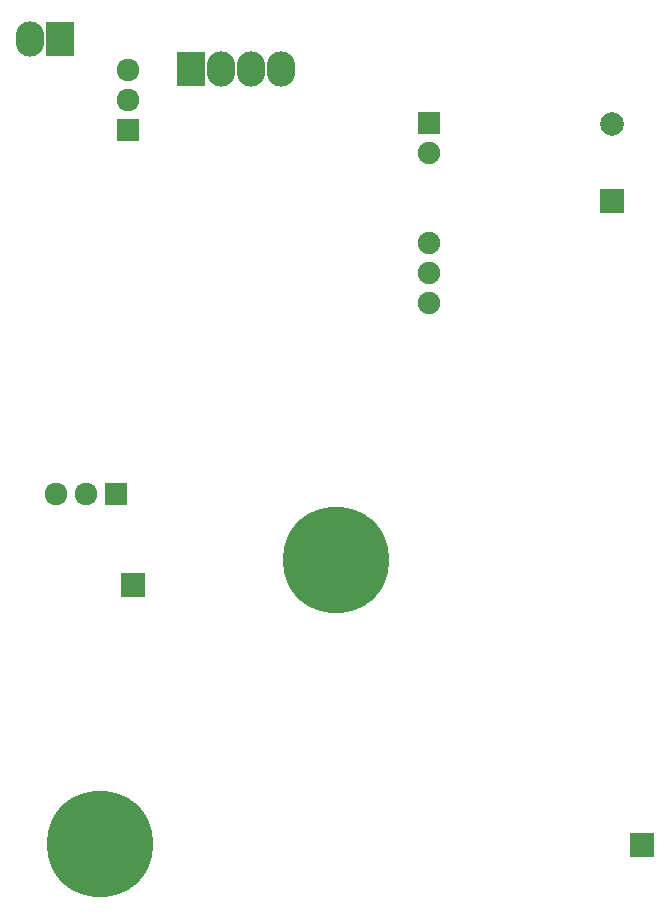
<source format=gbr>
G04 #@! TF.GenerationSoftware,KiCad,Pcbnew,no-vcs-found-dc66b73~61~ubuntu17.10.1*
G04 #@! TF.CreationDate,2018-02-04T10:14:16-05:00*
G04 #@! TF.ProjectId,VBUS-Sense,564255532D53656E73652E6B69636164,rev?*
G04 #@! TF.SameCoordinates,Original*
G04 #@! TF.FileFunction,Soldermask,Bot*
G04 #@! TF.FilePolarity,Negative*
%FSLAX46Y46*%
G04 Gerber Fmt 4.6, Leading zero omitted, Abs format (unit mm)*
G04 Created by KiCad (PCBNEW no-vcs-found-dc66b73~61~ubuntu17.10.1) date Sun Feb  4 10:14:16 2018*
%MOMM*%
%LPD*%
G01*
G04 APERTURE LIST*
%ADD10O,2.400000X3.000000*%
%ADD11R,2.400000X3.000000*%
%ADD12R,1.900000X1.900000*%
%ADD13O,1.900000X1.900000*%
%ADD14C,9.000000*%
%ADD15C,1.300000*%
%ADD16R,2.100000X2.100000*%
%ADD17R,1.920000X1.920000*%
%ADD18C,1.920000*%
%ADD19C,2.000000*%
%ADD20R,2.000000X2.000000*%
G04 APERTURE END LIST*
D10*
X25273000Y-8382000D03*
X22733000Y-8382000D03*
X20193000Y-8382000D03*
D11*
X17653000Y-8382000D03*
D12*
X37846000Y-12954000D03*
D13*
X37846000Y-15494000D03*
X37846000Y-23114000D03*
X37846000Y-25654000D03*
X37846000Y-28194000D03*
D10*
X4064000Y-5842000D03*
D11*
X6604000Y-5842000D03*
D14*
X10000000Y-74000000D03*
D15*
X13225000Y-74000000D03*
X12280419Y-76280419D03*
X10000000Y-77225000D03*
X7719581Y-76280419D03*
X6775000Y-74000000D03*
X7719581Y-71719581D03*
X10000000Y-70775000D03*
X12280419Y-71719581D03*
X32280419Y-47719581D03*
X30000000Y-46775000D03*
X27719581Y-47719581D03*
X26775000Y-50000000D03*
X27719581Y-52280419D03*
X30000000Y-53225000D03*
X32280419Y-52280419D03*
X33225000Y-50000000D03*
D14*
X30000000Y-50000000D03*
D16*
X12750800Y-52070000D03*
X55854600Y-74066400D03*
D17*
X12382500Y-13525500D03*
D18*
X12382500Y-8445500D03*
X12382500Y-10985500D03*
D19*
X53365400Y-13083400D03*
D20*
X53365400Y-19583400D03*
D17*
X11366500Y-44386500D03*
D18*
X6286500Y-44386500D03*
X8826500Y-44386500D03*
M02*

</source>
